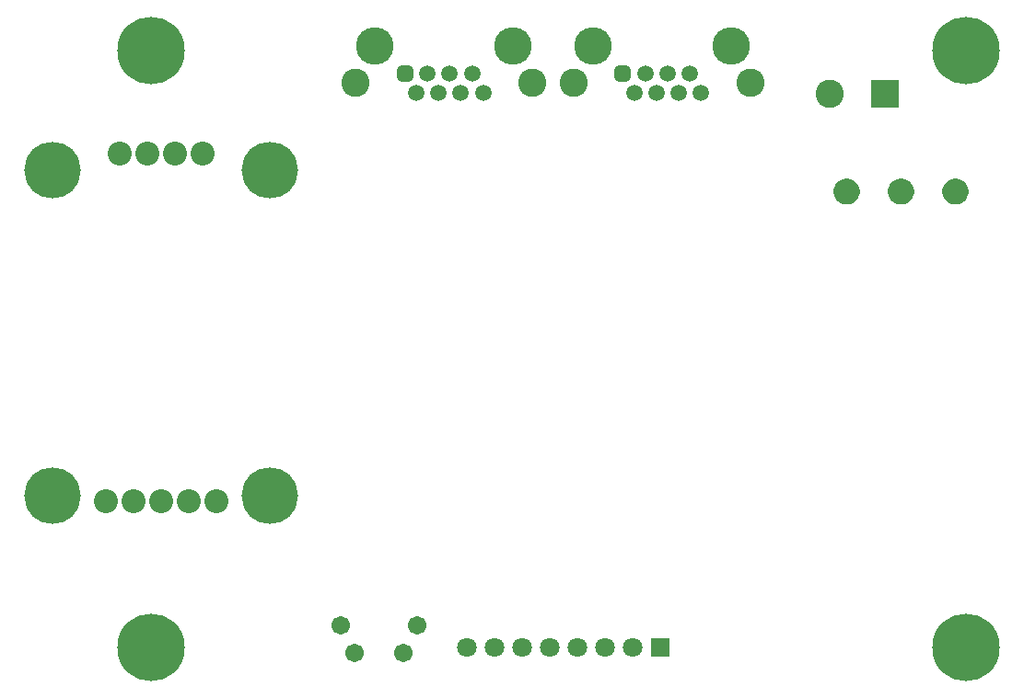
<source format=gbs>
G04*
G04 #@! TF.GenerationSoftware,Altium Limited,Altium Designer,21.0.9 (235)*
G04*
G04 Layer_Color=16711935*
%FSLAX25Y25*%
%MOIN*%
G70*
G04*
G04 #@! TF.SameCoordinates,2013B0CD-5C1D-4DD5-8B1D-480FF4313CB2*
G04*
G04*
G04 #@! TF.FilePolarity,Negative*
G04*
G01*
G75*
%ADD67C,0.07099*%
%ADD68R,0.07099X0.07099*%
%ADD69C,0.10249*%
%ADD70R,0.10249X0.10249*%
%ADD71C,0.20485*%
%ADD72C,0.08674*%
%ADD73C,0.13595*%
%ADD74C,0.05918*%
G04:AMPARAMS|DCode=75|XSize=59.18mil|YSize=59.18mil|CornerRadius=16.8mil|HoleSize=0mil|Usage=FLASHONLY|Rotation=180.000|XOffset=0mil|YOffset=0mil|HoleType=Round|Shape=RoundedRectangle|*
%AMROUNDEDRECTD75*
21,1,0.05918,0.02559,0,0,180.0*
21,1,0.02559,0.05918,0,0,180.0*
1,1,0.03359,-0.01280,0.01280*
1,1,0.03359,0.01280,0.01280*
1,1,0.03359,0.01280,-0.01280*
1,1,0.03359,-0.01280,-0.01280*
%
%ADD75ROUNDEDRECTD75*%
%ADD76C,0.24422*%
%ADD77C,0.06706*%
%ADD92C,0.00787*%
G04:AMPARAMS|DCode=93|XSize=11.81mil|YSize=19.68mil|CornerRadius=2.95mil|HoleSize=0mil|Usage=FLASHONLY|Rotation=270.000|XOffset=0mil|YOffset=0mil|HoleType=Round|Shape=RoundedRectangle|*
%AMROUNDEDRECTD93*
21,1,0.01181,0.01378,0,0,270.0*
21,1,0.00591,0.01968,0,0,270.0*
1,1,0.00591,-0.00689,-0.00295*
1,1,0.00591,-0.00689,0.00295*
1,1,0.00591,0.00689,0.00295*
1,1,0.00591,0.00689,-0.00295*
%
%ADD93ROUNDEDRECTD93*%
G36*
X298425Y177165D02*
Y176700D01*
X298607Y175787D01*
X298963Y174927D01*
X299480Y174154D01*
X300138Y173496D01*
X300912Y172979D01*
X301771Y172623D01*
X302684Y172441D01*
X303150D01*
X303615D01*
X304528Y172623D01*
X305387Y172979D01*
X306161Y173496D01*
X306819Y174154D01*
X307336Y174927D01*
X307693Y175787D01*
X307874Y176700D01*
Y177165D01*
Y177631D01*
X307693Y178543D01*
X307336Y179403D01*
X306819Y180177D01*
X306161Y180835D01*
X305387Y181352D01*
X304528Y181708D01*
X303615Y181890D01*
X303150D01*
X302684D01*
X301771Y181708D01*
X300912Y181352D01*
X300138Y180835D01*
X299480Y180177D01*
X298963Y179403D01*
X298607Y178543D01*
X298425Y177631D01*
Y177165D01*
D01*
D02*
G37*
G36*
X318110D02*
Y176700D01*
X318292Y175787D01*
X318648Y174927D01*
X319165Y174154D01*
X319823Y173496D01*
X320597Y172979D01*
X321457Y172623D01*
X322369Y172441D01*
X322835D01*
X323300D01*
X324213Y172623D01*
X325073Y172979D01*
X325846Y173496D01*
X326504Y174154D01*
X327021Y174927D01*
X327378Y175787D01*
X327559Y176700D01*
Y177165D01*
Y177631D01*
X327378Y178543D01*
X327021Y179403D01*
X326504Y180177D01*
X325846Y180835D01*
X325073Y181352D01*
X324213Y181708D01*
X323300Y181890D01*
X322835D01*
X322369D01*
X321457Y181708D01*
X320597Y181352D01*
X319823Y180835D01*
X319165Y180177D01*
X318648Y179403D01*
X318292Y178543D01*
X318110Y177631D01*
Y177165D01*
D01*
D02*
G37*
G36*
X337795D02*
Y176700D01*
X337977Y175787D01*
X338333Y174927D01*
X338850Y174154D01*
X339508Y173496D01*
X340282Y172979D01*
X341142Y172623D01*
X342054Y172441D01*
X342520D01*
X342985D01*
X343898Y172623D01*
X344758Y172979D01*
X345531Y173496D01*
X346189Y174154D01*
X346706Y174927D01*
X347062Y175787D01*
X347244Y176700D01*
Y177165D01*
Y177631D01*
X347062Y178543D01*
X346706Y179403D01*
X346189Y180177D01*
X345531Y180835D01*
X344758Y181352D01*
X343898Y181708D01*
X342985Y181890D01*
X342520D01*
X342054D01*
X341142Y181708D01*
X340282Y181352D01*
X339508Y180835D01*
X338850Y180177D01*
X338333Y179403D01*
X337977Y178543D01*
X337795Y177631D01*
Y177165D01*
D01*
D02*
G37*
D67*
X165787Y11812D02*
D03*
X175787D02*
D03*
X195787D02*
D03*
X215787D02*
D03*
X225787D02*
D03*
X205787D02*
D03*
X185787D02*
D03*
D68*
X235787D02*
D03*
D69*
X297087Y212598D02*
D03*
X268209Y216476D02*
D03*
X204232D02*
D03*
X189469D02*
D03*
X125492D02*
D03*
D70*
X317087Y212598D02*
D03*
D71*
X15748Y66929D02*
D03*
X94488D02*
D03*
Y185039D02*
D03*
X15748D02*
D03*
D72*
X70118Y190945D02*
D03*
X60118D02*
D03*
X50118D02*
D03*
X40118D02*
D03*
X35118Y64961D02*
D03*
X65118D02*
D03*
X55118D02*
D03*
X45118D02*
D03*
X75118D02*
D03*
D73*
X261221Y229980D02*
D03*
X211221D02*
D03*
X182480D02*
D03*
X132480D02*
D03*
D74*
X238228Y219980D02*
D03*
X234213Y212972D02*
D03*
X242244D02*
D03*
X230197Y219980D02*
D03*
X246260D02*
D03*
X226181Y212972D02*
D03*
X250276D02*
D03*
X159488Y219980D02*
D03*
X155472Y212972D02*
D03*
X163504D02*
D03*
X151457Y219980D02*
D03*
X167520D02*
D03*
X147441Y212972D02*
D03*
X171535D02*
D03*
D75*
X222165Y219980D02*
D03*
X143425D02*
D03*
D76*
X51181Y11811D02*
D03*
X346457D02*
D03*
Y228346D02*
D03*
X51181D02*
D03*
D77*
X142717Y9941D02*
D03*
X125000D02*
D03*
X147638Y19783D02*
D03*
X120079D02*
D03*
D92*
X303150Y180709D02*
D03*
X322835D02*
D03*
X342520D02*
D03*
D93*
X303150Y173228D02*
D03*
X322835D02*
D03*
X342520D02*
D03*
M02*

</source>
